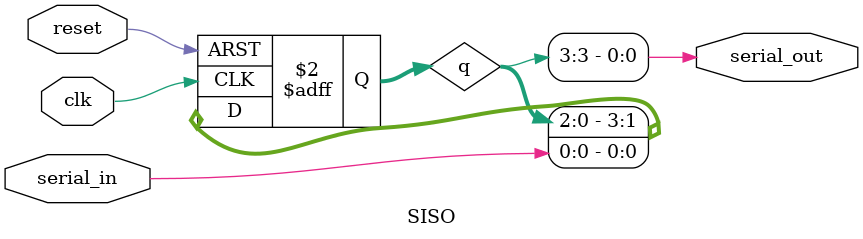
<source format=v>
module SISO (
input clk,
input reset,
input serial_in,
output serial_out
	);

parameter WIDTH=4;
reg [WIDTH-1:0]q;

always @(posedge clk or posedge reset)begin
if(reset)
q <= 0;

else

q <= {q[WIDTH-2:0],serial_in};

end

assign serial_out = q[WIDTH-1];


endmodule

</source>
